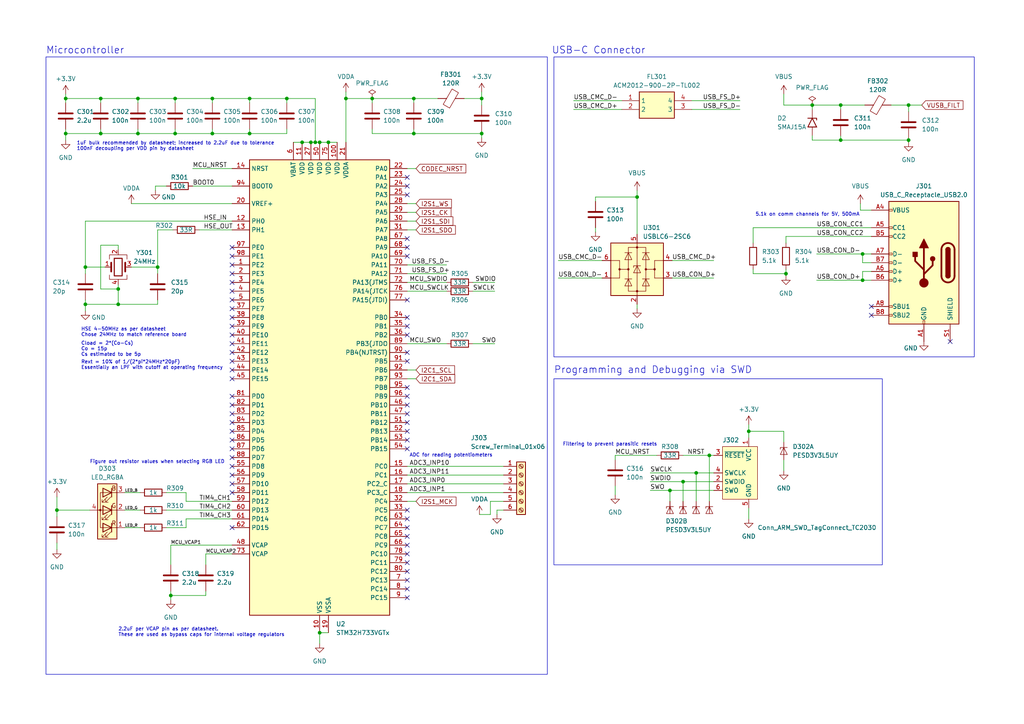
<source format=kicad_sch>
(kicad_sch (version 20230121) (generator eeschema)
  (paper "A4")
  (lib_symbols
    (symbol "ACM2012-900-2P-TL002:ACM2012-900-2P-TL002"
      (property "Reference" "FL" (at 16.51 7.62 0))
      (property "Value" "ACM2012-900-2P-TL002" (at 16.51 5.08 0))
      (symbol "ACM2012-900-2P-TL002_1_1"
        (pin passive line (at 0 0 0) (length 5.08) (name "1") (number "1"))
        (pin passive line (at 0 -2.54 0) (length 5.08) (name "2") (number "2"))
        (pin passive line (at 20.32 -2.54 180) (length 5.08) (name "3") (number "3"))
        (pin passive line (at 20.32 0 180) (length 5.08) (name "4") (number "4"))
      )
    )
    (symbol "Connector:Conn_ARM_SWD_TagConnect_TC2030" (in_bom no)
      (property "Reference" "J" (at 2.54 11.43 0))
      (property "Value" "Conn_ARM_SWD_TagConnect_TC2030" (at 5.08 8.89 0))
      (symbol "Conn_ARM_SWD_TagConnect_TC2030_0_0"
        (pin power_in line (at -2.54 10.16 270) (length 2.54) (name "VCC") (number "1"))
        (pin bidirectional line (at 7.62 -2.54 180) (length 2.54) (name "SWDIO") (number "2"))
        (pin open_collector line (at 7.62 5.08 180) (length 2.54) (name "~{RESET}") (number "3"))
        (pin output line (at 7.62 0 180) (length 2.54) (name "SWCLK") (number "4"))
        (pin power_in line (at -2.54 -10.16 90) (length 2.54) (name "GND") (number "5"))
        (pin input line (at 7.62 -5.08 180) (length 2.54) (name "SWO") (number "6"))
      )
    )
    (symbol "Connector:Screw_Terminal_01x06" (pin_names (offset 1.016) hide)
      (property "Reference" "J" (at 0 7.62 0))
      (property "Value" "Screw_Terminal_01x06" (at 0 -10.16 0))
      (symbol "Screw_Terminal_01x06_1_1"
        (pin passive line (at -5.08 5.08 0) (length 3.81) (name "Pin_1") (number "1"))
        (pin passive line (at -5.08 2.54 0) (length 3.81) (name "Pin_2") (number "2"))
        (pin passive line (at -5.08 0 0) (length 3.81) (name "Pin_3") (number "3"))
        (pin passive line (at -5.08 -2.54 0) (length 3.81) (name "Pin_4") (number "4"))
        (pin passive line (at -5.08 -5.08 0) (length 3.81) (name "Pin_5") (number "5"))
        (pin passive line (at -5.08 -7.62 0) (length 3.81) (name "Pin_6") (number "6"))
      )
    )
    (symbol "Connector:USB_C_Receptacle_USB2.0" (pin_names (offset 1.016))
      (property "Reference" "J" (at -10.16 19.05 0))
      (property "Value" "USB_C_Receptacle_USB2.0" (at 19.05 19.05 0))
      (symbol "USB_C_Receptacle_USB2.0_1_1"
        (pin passive line (at 0 -22.86 90) (length 5.08) (name "GND") (number "A1"))
        (pin passive line (at 0 -22.86 90) (length 5.08) hide (name "GND") (number "A12"))
        (pin passive line (at 15.24 15.24 180) (length 5.08) (name "VBUS") (number "A4"))
        (pin bidirectional line (at 15.24 10.16 180) (length 5.08) (name "CC1") (number "A5"))
        (pin bidirectional line (at 15.24 -2.54 180) (length 5.08) (name "D+") (number "A6"))
        (pin bidirectional line (at 15.24 2.54 180) (length 5.08) (name "D-") (number "A7"))
        (pin bidirectional line (at 15.24 -12.7 180) (length 5.08) (name "SBU1") (number "A8"))
        (pin passive line (at 15.24 15.24 180) (length 5.08) hide (name "VBUS") (number "A9"))
        (pin passive line (at 0 -22.86 90) (length 5.08) hide (name "GND") (number "B1"))
        (pin passive line (at 0 -22.86 90) (length 5.08) hide (name "GND") (number "B12"))
        (pin passive line (at 15.24 15.24 180) (length 5.08) hide (name "VBUS") (number "B4"))
        (pin bidirectional line (at 15.24 7.62 180) (length 5.08) (name "CC2") (number "B5"))
        (pin bidirectional line (at 15.24 -5.08 180) (length 5.08) (name "D+") (number "B6"))
        (pin bidirectional line (at 15.24 0 180) (length 5.08) (name "D-") (number "B7"))
        (pin bidirectional line (at 15.24 -15.24 180) (length 5.08) (name "SBU2") (number "B8"))
        (pin passive line (at 15.24 15.24 180) (length 5.08) hide (name "VBUS") (number "B9"))
        (pin passive line (at -7.62 -22.86 90) (length 5.08) (name "SHIELD") (number "S1"))
      )
    )
    (symbol "Device:C" (pin_numbers hide) (pin_names (offset 0.254))
      (property "Reference" "C" (at 0.635 2.54 0))
      (property "Value" "C" (at 0.635 -2.54 0))
      (symbol "C_1_1"
        (pin passive line (at 0 3.81 270) (length 2.794) (name "~") (number "1"))
        (pin passive line (at 0 -3.81 90) (length 2.794) (name "~") (number "2"))
      )
    )
    (symbol "Device:Crystal_GND24" (pin_names (offset 1.016) hide)
      (property "Reference" "Y" (at 3.175 5.08 0))
      (property "Value" "Crystal_GND24" (at 3.175 3.175 0))
      (symbol "Crystal_GND24_1_1"
        (pin passive line (at -3.81 0 0) (length 1.27) (name "1") (number "1"))
        (pin passive line (at 0 5.08 270) (length 1.27) (name "2") (number "2"))
        (pin passive line (at 3.81 0 180) (length 1.27) (name "3") (number "3"))
        (pin passive line (at 0 -5.08 90) (length 1.27) (name "4") (number "4"))
      )
    )
    (symbol "Device:FerriteBead" (pin_numbers hide) (pin_names (offset 0))
      (property "Reference" "FB" (at -3.81 0.635 90))
      (property "Value" "FerriteBead" (at 3.81 0 90))
      (symbol "FerriteBead_1_1"
        (pin passive line (at 0 3.81 270) (length 2.54) (name "~") (number "1"))
        (pin passive line (at 0 -3.81 90) (length 2.54) (name "~") (number "2"))
      )
    )
    (symbol "Device:LED_RGBA" (pin_names (offset 0) hide)
      (property "Reference" "D" (at 0 9.398 0))
      (property "Value" "LED_RGBA" (at 0 -8.89 0))
      (symbol "LED_RGBA_0_0"
        (text "B" (at -1.905 -6.35 0) (effects (font (size 1.27 1.27))))
        (text "G" (at -1.905 -1.27 0) (effects (font (size 1.27 1.27))))
        (text "R" (at -1.905 3.81 0) (effects (font (size 1.27 1.27))))
      )
      (symbol "LED_RGBA_1_1"
        (pin passive line (at -5.08 5.08 0) (length 2.54) (name "RK") (number "1"))
        (pin passive line (at -5.08 0 0) (length 2.54) (name "GK") (number "2"))
        (pin passive line (at -5.08 -5.08 0) (length 2.54) (name "BK") (number "3"))
        (pin passive line (at 5.08 0 180) (length 2.54) (name "A") (number "4"))
      )
    )
    (symbol "Device:R" (pin_numbers hide) (pin_names (offset 0))
      (property "Reference" "R" (at 2.032 0 90))
      (property "Value" "R" (at 0 0 90))
      (symbol "R_1_1"
        (pin passive line (at 0 3.81 270) (length 1.27) (name "~") (number "1"))
        (pin passive line (at 0 -3.81 90) (length 1.27) (name "~") (number "2"))
      )
    )
    (symbol "Diode:SMAJ15A" (pin_numbers hide) (pin_names (offset 1.016) hide)
      (property "Reference" "D" (at 0 2.54 0))
      (property "Value" "SMAJ15A" (at 0 -2.54 0))
      (symbol "SMAJ15A_1_1"
        (pin passive line (at -3.81 0 0) (length 2.54) (name "A1") (number "1"))
        (pin passive line (at 3.81 0 180) (length 2.54) (name "A2") (number "2"))
      )
    )
    (symbol "MCU_ST_STM32H7:STM32H733VGTx"
      (property "Reference" "U" (at -20.32 67.31 0))
      (property "Value" "STM32H733VGTx" (at 10.16 67.31 0))
      (symbol "STM32H733VGTx_1_1"
        (pin bidirectional line (at -25.4 35.56 0) (length 5.08) (name "PE2") (number "1"))
        (pin power_in line (at 0 -71.12 90) (length 5.08) (name "VSS") (number "10"))
        (pin power_in line (at 5.08 71.12 270) (length 5.08) (name "VDD") (number "100"))
        (pin power_in line (at -5.08 71.12 270) (length 5.08) (name "VDD") (number "11"))
        (pin bidirectional line (at -25.4 48.26 0) (length 5.08) (name "PH0") (number "12"))
        (pin bidirectional line (at -25.4 45.72 0) (length 5.08) (name "PH1") (number "13"))
        (pin input line (at -25.4 63.5 0) (length 5.08) (name "NRST") (number "14"))
        (pin bidirectional line (at 25.4 -22.86 180) (length 5.08) (name "PC0") (number "15"))
        (pin bidirectional line (at 25.4 -25.4 180) (length 5.08) (name "PC1") (number "16"))
        (pin bidirectional line (at 25.4 -27.94 180) (length 5.08) (name "PC2_C") (number "17"))
        (pin bidirectional line (at 25.4 -30.48 180) (length 5.08) (name "PC3_C") (number "18"))
        (pin power_in line (at 2.54 -71.12 90) (length 5.08) (name "VSSA") (number "19"))
        (pin bidirectional line (at -25.4 33.02 0) (length 5.08) (name "PE3") (number "2"))
        (pin input line (at -25.4 53.34 0) (length 5.08) (name "VREF+") (number "20"))
        (pin power_in line (at 7.62 71.12 270) (length 5.08) (name "VDDA") (number "21"))
        (pin bidirectional line (at 25.4 63.5 180) (length 5.08) (name "PA0") (number "22"))
        (pin bidirectional line (at 25.4 60.96 180) (length 5.08) (name "PA1") (number "23"))
        (pin bidirectional line (at 25.4 58.42 180) (length 5.08) (name "PA2") (number "24"))
        (pin bidirectional line (at 25.4 55.88 180) (length 5.08) (name "PA3") (number "25"))
        (pin passive line (at 0 -71.12 90) (length 5.08) hide (name "VSS") (number "26"))
        (pin power_in line (at -2.54 71.12 270) (length 5.08) (name "VDD") (number "27"))
        (pin bidirectional line (at 25.4 53.34 180) (length 5.08) (name "PA4") (number "28"))
        (pin bidirectional line (at 25.4 50.8 180) (length 5.08) (name "PA5") (number "29"))
        (pin bidirectional line (at -25.4 30.48 0) (length 5.08) (name "PE4") (number "3"))
        (pin bidirectional line (at 25.4 48.26 180) (length 5.08) (name "PA6") (number "30"))
        (pin bidirectional line (at 25.4 45.72 180) (length 5.08) (name "PA7") (number "31"))
        (pin bidirectional line (at 25.4 -33.02 180) (length 5.08) (name "PC4") (number "32"))
        (pin bidirectional line (at 25.4 -35.56 180) (length 5.08) (name "PC5") (number "33"))
        (pin bidirectional line (at 25.4 20.32 180) (length 5.08) (name "PB0") (number "34"))
        (pin bidirectional line (at 25.4 17.78 180) (length 5.08) (name "PB1") (number "35"))
        (pin bidirectional line (at 25.4 15.24 180) (length 5.08) (name "PB2") (number "36"))
        (pin bidirectional line (at -25.4 22.86 0) (length 5.08) (name "PE7") (number "37"))
        (pin bidirectional line (at -25.4 20.32 0) (length 5.08) (name "PE8") (number "38"))
        (pin bidirectional line (at -25.4 17.78 0) (length 5.08) (name "PE9") (number "39"))
        (pin bidirectional line (at -25.4 27.94 0) (length 5.08) (name "PE5") (number "4"))
        (pin bidirectional line (at -25.4 15.24 0) (length 5.08) (name "PE10") (number "40"))
        (pin bidirectional line (at -25.4 12.7 0) (length 5.08) (name "PE11") (number "41"))
        (pin bidirectional line (at -25.4 10.16 0) (length 5.08) (name "PE12") (number "42"))
        (pin bidirectional line (at -25.4 7.62 0) (length 5.08) (name "PE13") (number "43"))
        (pin bidirectional line (at -25.4 5.08 0) (length 5.08) (name "PE14") (number "44"))
        (pin bidirectional line (at -25.4 2.54 0) (length 5.08) (name "PE15") (number "45"))
        (pin bidirectional line (at 25.4 -5.08 180) (length 5.08) (name "PB10") (number "46"))
        (pin bidirectional line (at 25.4 -7.62 180) (length 5.08) (name "PB11") (number "47"))
        (pin power_out line (at -25.4 -45.72 0) (length 5.08) (name "VCAP") (number "48"))
        (pin passive line (at 0 -71.12 90) (length 5.08) hide (name "VSS") (number "49"))
        (pin bidirectional line (at -25.4 25.4 0) (length 5.08) (name "PE6") (number "5"))
        (pin power_in line (at 0 71.12 270) (length 5.08) (name "VDD") (number "50"))
        (pin bidirectional line (at 25.4 -10.16 180) (length 5.08) (name "PB12") (number "51"))
        (pin bidirectional line (at 25.4 -12.7 180) (length 5.08) (name "PB13") (number "52"))
        (pin bidirectional line (at 25.4 -15.24 180) (length 5.08) (name "PB14") (number "53"))
        (pin bidirectional line (at 25.4 -17.78 180) (length 5.08) (name "PB15") (number "54"))
        (pin bidirectional line (at -25.4 -22.86 0) (length 5.08) (name "PD8") (number "55"))
        (pin bidirectional line (at -25.4 -25.4 0) (length 5.08) (name "PD9") (number "56"))
        (pin bidirectional line (at -25.4 -27.94 0) (length 5.08) (name "PD10") (number "57"))
        (pin bidirectional line (at -25.4 -30.48 0) (length 5.08) (name "PD11") (number "58"))
        (pin bidirectional line (at -25.4 -33.02 0) (length 5.08) (name "PD12") (number "59"))
        (pin power_in line (at -7.62 71.12 270) (length 5.08) (name "VBAT") (number "6"))
        (pin bidirectional line (at -25.4 -35.56 0) (length 5.08) (name "PD13") (number "60"))
        (pin bidirectional line (at -25.4 -38.1 0) (length 5.08) (name "PD14") (number "61"))
        (pin bidirectional line (at -25.4 -40.64 0) (length 5.08) (name "PD15") (number "62"))
        (pin bidirectional line (at 25.4 -38.1 180) (length 5.08) (name "PC6") (number "63"))
        (pin bidirectional line (at 25.4 -40.64 180) (length 5.08) (name "PC7") (number "64"))
        (pin bidirectional line (at 25.4 -43.18 180) (length 5.08) (name "PC8") (number "65"))
        (pin bidirectional line (at 25.4 -45.72 180) (length 5.08) (name "PC9") (number "66"))
        (pin bidirectional line (at 25.4 43.18 180) (length 5.08) (name "PA8") (number "67"))
        (pin bidirectional line (at 25.4 40.64 180) (length 5.08) (name "PA9") (number "68"))
        (pin bidirectional line (at 25.4 38.1 180) (length 5.08) (name "PA10") (number "69"))
        (pin bidirectional line (at 25.4 -55.88 180) (length 5.08) (name "PC13") (number "7"))
        (pin bidirectional line (at 25.4 35.56 180) (length 5.08) (name "PA11") (number "70"))
        (pin bidirectional line (at 25.4 33.02 180) (length 5.08) (name "PA12") (number "71"))
        (pin bidirectional line (at 25.4 30.48 180) (length 5.08) (name "PA13(JTMS") (number "72"))
        (pin power_out line (at -25.4 -48.26 0) (length 5.08) (name "VCAP") (number "73"))
        (pin passive line (at 0 -71.12 90) (length 5.08) hide (name "VSS") (number "74"))
        (pin power_in line (at 2.54 71.12 270) (length 5.08) (name "VDD") (number "75"))
        (pin bidirectional line (at 25.4 27.94 180) (length 5.08) (name "PA14(JTCK") (number "76"))
        (pin bidirectional line (at 25.4 25.4 180) (length 5.08) (name "PA15(JTDI)") (number "77"))
        (pin bidirectional line (at 25.4 -48.26 180) (length 5.08) (name "PC10") (number "78"))
        (pin bidirectional line (at 25.4 -50.8 180) (length 5.08) (name "PC11") (number "79"))
        (pin bidirectional line (at 25.4 -58.42 180) (length 5.08) (name "PC14") (number "8"))
        (pin bidirectional line (at 25.4 -53.34 180) (length 5.08) (name "PC12") (number "80"))
        (pin bidirectional line (at -25.4 -2.54 0) (length 5.08) (name "PD0") (number "81"))
        (pin bidirectional line (at -25.4 -5.08 0) (length 5.08) (name "PD1") (number "82"))
        (pin bidirectional line (at -25.4 -7.62 0) (length 5.08) (name "PD2") (number "83"))
        (pin bidirectional line (at -25.4 -10.16 0) (length 5.08) (name "PD3") (number "84"))
        (pin bidirectional line (at -25.4 -12.7 0) (length 5.08) (name "PD4") (number "85"))
        (pin bidirectional line (at -25.4 -15.24 0) (length 5.08) (name "PD5") (number "86"))
        (pin bidirectional line (at -25.4 -17.78 0) (length 5.08) (name "PD6") (number "87"))
        (pin bidirectional line (at -25.4 -20.32 0) (length 5.08) (name "PD7") (number "88"))
        (pin bidirectional line (at 25.4 12.7 180) (length 5.08) (name "PB3(JTDO") (number "89"))
        (pin bidirectional line (at 25.4 -60.96 180) (length 5.08) (name "PC15") (number "9"))
        (pin bidirectional line (at 25.4 10.16 180) (length 5.08) (name "PB4(NJTRST)") (number "90"))
        (pin bidirectional line (at 25.4 7.62 180) (length 5.08) (name "PB5") (number "91"))
        (pin bidirectional line (at 25.4 5.08 180) (length 5.08) (name "PB6") (number "92"))
        (pin bidirectional line (at 25.4 2.54 180) (length 5.08) (name "PB7") (number "93"))
        (pin input line (at -25.4 58.42 0) (length 5.08) (name "BOOT0") (number "94"))
        (pin bidirectional line (at 25.4 0 180) (length 5.08) (name "PB8") (number "95"))
        (pin bidirectional line (at 25.4 -2.54 180) (length 5.08) (name "PB9") (number "96"))
        (pin bidirectional line (at -25.4 40.64 0) (length 5.08) (name "PE0") (number "97"))
        (pin bidirectional line (at -25.4 38.1 0) (length 5.08) (name "PE1") (number "98"))
        (pin passive line (at 0 -71.12 90) (length 5.08) hide (name "VSS") (number "99"))
      )
    )
    (symbol "Power_Protection:PESD3V3L5UY" (pin_numbers hide) (pin_names hide)
      (property "Reference" "D" (at 0 2.54 0))
      (property "Value" "PESD3V3L5UY" (at 0 -2.54 0))
      (symbol "PESD3V3L5UY_1_1"
        (pin passive line (at -2.54 0 0) (length 2.54) (name "K1") (number "1"))
        (pin passive line (at 2.54 0 180) (length 2.54) (name "A") (number "2"))
      )
      (symbol "PESD3V3L5UY_2_1"
        (pin passive line (at -2.54 0 0) (length 2.54) (name "K2") (number "3"))
      )
      (symbol "PESD3V3L5UY_3_1"
        (pin passive line (at -2.54 0 0) (length 2.54) (name "K3") (number "4"))
      )
      (symbol "PESD3V3L5UY_4_1"
        (pin passive line (at -2.54 0 0) (length 2.54) (name "K4") (number "5"))
      )
      (symbol "PESD3V3L5UY_5_1"
        (pin passive line (at -2.54 0 0) (length 2.54) (name "K5") (number "6"))
      )
    )
    (symbol "Power_Protection:USBLC6-2SC6" (pin_names hide)
      (property "Reference" "U" (at 2.54 8.89 0))
      (property "Value" "USBLC6-2SC6" (at 2.54 -8.89 0))
      (symbol "USBLC6-2SC6_1_1"
        (pin passive line (at -10.16 -2.54 0) (length 2.54) (name "I/O1") (number "1"))
        (pin passive line (at 0 -10.16 90) (length 2.54) (name "GND") (number "2"))
        (pin passive line (at 10.16 -2.54 180) (length 2.54) (name "I/O2") (number "3"))
        (pin passive line (at 10.16 2.54 180) (length 2.54) (name "I/O2") (number "4"))
        (pin passive line (at 0 10.16 270) (length 2.54) (name "VBUS") (number "5"))
        (pin passive line (at -10.16 2.54 0) (length 2.54) (name "I/O1") (number "6"))
      )
    )
    (symbol "power:+3.3V" (power) (pin_names (offset 0))
      (property "Value" "+3.3V" (at 0 3.556 0))
      (symbol "+3.3V_1_1"
        (pin power_in line (at 0 0 90) (length 0) hide (name "+3.3V") (number "1"))
      )
    )
    (symbol "power:GND" (power) (pin_names (offset 0))
      (property "Value" "GND" (at 0 -3.81 0))
      (symbol "GND_1_1"
        (pin power_in line (at 0 0 270) (length 0) hide (name "GND") (number "1"))
      )
    )
    (symbol "power:PWR_FLAG" (power) (pin_numbers hide) (pin_names (offset 0) hide)
      (property "Value" "PWR_FLAG" (at 0 3.81 0))
      (symbol "PWR_FLAG_0_0"
        (pin power_out line (at 0 0 90) (length 0) (name "pwr") (number "1"))
      )
    )
    (symbol "power:VBUS" (power) (pin_names (offset 0))
      (property "Value" "VBUS" (at 0 3.81 0))
      (symbol "VBUS_1_1"
        (pin power_in line (at 0 0 90) (length 0) hide (name "VBUS") (number "1"))
      )
    )
    (symbol "power:VDDA" (power) (pin_names (offset 0))
      (property "Value" "VDDA" (at 0 3.81 0))
      (symbol "VDDA_1_1"
        (pin power_in line (at 0 0 90) (length 0) hide (name "VDDA") (number "1"))
      )
    )
  )
  (junction (at 24.765 77.47))
  (junction (at 250.19 73.66))
  (junction (at 19.05 28.575))
  (junction (at 217.17 125.095))
  (junction (at 263.525 30.48))
  (junction (at 92.71 41.275))
  (junction (at 40.005 28.575))
  (junction (at 139.7 28.575))
  (junction (at 61.595 28.575))
  (junction (at 19.05 38.735))
  (junction (at 201.93 137.16))
  (junction (at 16.51 147.955))
  (junction (at 120.015 28.575))
  (junction (at 34.29 83.82))
  (junction (at 139.7 38.735))
  (junction (at 72.39 28.575))
  (junction (at 95.25 41.275))
  (junction (at 120.015 38.735))
  (junction (at 243.84 30.48))
  (junction (at 194.31 142.24))
  (junction (at 49.53 172.72))
  (junction (at 29.21 28.575))
  (junction (at 250.19 81.28))
  (junction (at 235.585 30.48))
  (junction (at 198.12 139.7))
  (junction (at 100.33 28.575))
  (junction (at 50.8 28.575))
  (junction (at 90.17 41.275))
  (junction (at 92.71 183.515))
  (junction (at 227.965 79.375))
  (junction (at 184.785 57.15))
  (junction (at 45.72 77.47))
  (junction (at 243.84 40.64))
  (junction (at 87.63 41.275))
  (junction (at 263.525 40.64))
  (junction (at 83.185 28.575))
  (junction (at 107.95 28.575))
  (junction (at 29.21 38.735))
  (junction (at 91.44 41.275))
  (junction (at 34.29 88.265))
  (junction (at 50.8 38.735))
  (junction (at 205.74 132.08))
  (junction (at 24.765 88.265))
  (junction (at 40.005 38.735))
  (junction (at 72.39 38.735))
  (junction (at 61.595 38.735))
  (no_connect (at 67.31 107.315))
  (no_connect (at 67.31 86.995))
  (no_connect (at 67.31 127.635))
  (no_connect (at 67.31 117.475))
  (no_connect (at 67.31 89.535))
  (no_connect (at 275.59 99.06))
  (no_connect (at 67.31 137.795))
  (no_connect (at 67.31 94.615))
  (no_connect (at 118.11 168.275))
  (no_connect (at 67.31 125.095))
  (no_connect (at 118.11 86.995))
  (no_connect (at 118.11 92.075))
  (no_connect (at 67.31 84.455))
  (no_connect (at 118.11 165.735))
  (no_connect (at 252.73 91.44))
  (no_connect (at 118.11 122.555))
  (no_connect (at 118.11 102.235))
  (no_connect (at 67.31 132.715))
  (no_connect (at 118.11 153.035))
  (no_connect (at 118.11 112.395))
  (no_connect (at 67.31 92.075))
  (no_connect (at 67.31 71.755))
  (no_connect (at 118.11 74.295))
  (no_connect (at 118.11 163.195))
  (no_connect (at 118.11 127.635))
  (no_connect (at 67.31 79.375))
  (no_connect (at 67.31 109.855))
  (no_connect (at 118.11 155.575))
  (no_connect (at 118.11 114.935))
  (no_connect (at 118.11 71.755))
  (no_connect (at 67.31 114.935))
  (no_connect (at 118.11 130.175))
  (no_connect (at 118.11 147.955))
  (no_connect (at 67.31 102.235))
  (no_connect (at 67.31 74.295))
  (no_connect (at 67.31 153.035))
  (no_connect (at 118.11 120.015))
  (no_connect (at 118.11 170.815))
  (no_connect (at 252.73 88.9))
  (no_connect (at 67.31 120.015))
  (no_connect (at 118.11 97.155))
  (no_connect (at 118.11 69.215))
  (no_connect (at 118.11 56.515))
  (no_connect (at 67.31 135.255))
  (no_connect (at 118.11 173.355))
  (no_connect (at 118.11 104.775))
  (no_connect (at 67.31 142.875))
  (no_connect (at 118.11 125.095))
  (no_connect (at 67.31 99.695))
  (no_connect (at 118.11 94.615))
  (no_connect (at 118.11 150.495))
  (no_connect (at 67.31 76.835))
  (no_connect (at 67.31 97.155))
  (no_connect (at 118.11 51.435))
  (no_connect (at 118.11 53.975))
  (no_connect (at 118.11 158.115))
  (no_connect (at 67.31 140.335))
  (no_connect (at 67.31 81.915))
  (no_connect (at 67.31 104.775))
  (no_connect (at 67.31 122.555))
  (no_connect (at 67.31 130.175))
  (no_connect (at 118.11 160.655))
  (no_connect (at 118.11 117.475))
  (wire (pts (xy 118.11 140.335) (xy 146.05 140.335)))
  (wire (pts (xy 16.51 147.955) (xy 26.035 147.955)))
  (wire (pts (xy 24.765 77.47) (xy 30.48 77.47)))
  (wire (pts (xy 92.71 183.515) (xy 92.71 186.69)))
  (wire (pts (xy 24.765 88.265) (xy 34.29 88.265)))
  (wire (pts (xy 50.8 37.465) (xy 50.8 38.735)))
  (wire (pts (xy 250.19 73.66) (xy 252.73 73.66)))
  (wire (pts (xy 184.785 88.265) (xy 184.785 89.535)))
  (wire (pts (xy 118.11 61.595) (xy 120.65 61.595)))
  (wire (pts (xy 40.005 38.735) (xy 50.8 38.735)))
  (wire (pts (xy 91.44 41.275) (xy 92.71 41.275)))
  (wire (pts (xy 188.595 139.7) (xy 198.12 139.7)))
  (wire (pts (xy 50.8 28.575) (xy 61.595 28.575)))
  (wire (pts (xy 194.945 75.565) (xy 207.01 75.565)))
  (wire (pts (xy 118.11 142.875) (xy 146.05 142.875)))
  (wire (pts (xy 92.71 183.515) (xy 95.25 183.515)))
  (wire (pts (xy 36.195 153.035) (xy 40.64 153.035)))
  (wire (pts (xy 227.965 79.375) (xy 227.965 80.01)))
  (wire (pts (xy 67.31 59.055) (xy 38.1 59.055)))
  (wire (pts (xy 72.39 29.845) (xy 72.39 28.575)))
  (wire (pts (xy 24.765 88.265) (xy 24.765 90.17)))
  (wire (pts (xy 48.26 142.875) (xy 53.975 142.875)))
  (wire (pts (xy 118.11 107.315) (xy 120.65 107.315)))
  (wire (pts (xy 34.29 83.82) (xy 34.29 82.55)))
  (wire (pts (xy 40.005 37.465) (xy 40.005 38.735)))
  (wire (pts (xy 118.11 137.795) (xy 146.05 137.795)))
  (wire (pts (xy 137.16 81.915) (xy 143.51 81.915)))
  (wire (pts (xy 38.1 77.47) (xy 45.72 77.47)))
  (wire (pts (xy 227.965 68.58) (xy 227.965 70.485)))
  (wire (pts (xy 45.085 55.245) (xy 45.085 53.975)))
  (wire (pts (xy 198.12 139.7) (xy 207.01 139.7)))
  (wire (pts (xy 218.44 66.04) (xy 218.44 70.485)))
  (wire (pts (xy 91.44 28.575) (xy 83.185 28.575)))
  (wire (pts (xy 118.11 135.255) (xy 146.05 135.255)))
  (wire (pts (xy 142.24 149.225) (xy 142.24 145.415)))
  (wire (pts (xy 139.065 149.225) (xy 142.24 149.225)))
  (wire (pts (xy 45.72 86.995) (xy 45.72 88.265)))
  (wire (pts (xy 49.53 171.45) (xy 49.53 172.72)))
  (wire (pts (xy 218.44 66.04) (xy 252.73 66.04)))
  (wire (pts (xy 252.73 76.2) (xy 250.19 76.2)))
  (wire (pts (xy 188.595 142.24) (xy 194.31 142.24)))
  (wire (pts (xy 200.66 29.21) (xy 214.63 29.21)))
  (wire (pts (xy 120.015 28.575) (xy 127 28.575)))
  (wire (pts (xy 252.73 60.96) (xy 249.555 60.96)))
  (wire (pts (xy 55.88 48.895) (xy 67.31 48.895)))
  (wire (pts (xy 83.185 37.465) (xy 83.185 38.735)))
  (wire (pts (xy 172.72 57.15) (xy 184.785 57.15)))
  (wire (pts (xy 227.33 133.35) (xy 227.33 136.525)))
  (wire (pts (xy 243.84 40.64) (xy 263.525 40.64)))
  (wire (pts (xy 172.72 58.42) (xy 172.72 57.15)))
  (wire (pts (xy 227.33 125.095) (xy 227.33 128.27)))
  (wire (pts (xy 227.965 68.58) (xy 252.73 68.58)))
  (wire (pts (xy 83.185 38.735) (xy 72.39 38.735)))
  (wire (pts (xy 29.21 83.82) (xy 34.29 83.82)))
  (wire (pts (xy 100.33 41.275) (xy 100.33 28.575)))
  (wire (pts (xy 184.785 55.245) (xy 184.785 57.15)))
  (wire (pts (xy 139.7 28.575) (xy 139.7 30.48)))
  (wire (pts (xy 118.11 109.855) (xy 120.65 109.855)))
  (wire (pts (xy 40.005 29.845) (xy 40.005 28.575)))
  (wire (pts (xy 61.595 37.465) (xy 61.595 38.735)))
  (wire (pts (xy 120.015 37.465) (xy 120.015 38.735)))
  (wire (pts (xy 137.16 99.695) (xy 143.51 99.695)))
  (wire (pts (xy 120.015 28.575) (xy 120.015 29.845)))
  (wire (pts (xy 201.93 137.16) (xy 207.01 137.16)))
  (wire (pts (xy 194.31 142.24) (xy 207.01 142.24)))
  (wire (pts (xy 227.965 78.105) (xy 227.965 79.375)))
  (wire (pts (xy 29.21 29.845) (xy 29.21 28.575)))
  (wire (pts (xy 16.51 144.145) (xy 16.51 147.955)))
  (wire (pts (xy 59.69 160.655) (xy 67.31 160.655)))
  (wire (pts (xy 19.05 28.575) (xy 19.05 29.845)))
  (wire (pts (xy 36.195 147.955) (xy 40.64 147.955)))
  (wire (pts (xy 61.595 38.735) (xy 72.39 38.735)))
  (wire (pts (xy 118.11 76.835) (xy 129.54 76.835)))
  (wire (pts (xy 72.39 28.575) (xy 83.185 28.575)))
  (wire (pts (xy 250.19 76.2) (xy 250.19 73.66)))
  (wire (pts (xy 107.95 38.735) (xy 120.015 38.735)))
  (wire (pts (xy 139.7 38.1) (xy 139.7 38.735)))
  (wire (pts (xy 50.8 38.735) (xy 61.595 38.735)))
  (wire (pts (xy 263.525 30.48) (xy 263.525 32.385)))
  (wire (pts (xy 198.12 132.08) (xy 205.74 132.08)))
  (wire (pts (xy 100.33 26.67) (xy 100.33 28.575)))
  (wire (pts (xy 24.765 77.47) (xy 24.765 79.375)))
  (wire (pts (xy 29.21 28.575) (xy 40.005 28.575)))
  (wire (pts (xy 53.975 142.875) (xy 53.975 145.415)))
  (wire (pts (xy 263.525 40.64) (xy 263.525 40.005)))
  (wire (pts (xy 236.855 81.28) (xy 250.19 81.28)))
  (wire (pts (xy 61.595 28.575) (xy 72.39 28.575)))
  (wire (pts (xy 16.51 157.48) (xy 16.51 159.385)))
  (wire (pts (xy 166.37 29.21) (xy 180.34 29.21)))
  (wire (pts (xy 83.185 29.845) (xy 83.185 28.575)))
  (wire (pts (xy 107.95 29.845) (xy 107.95 28.575)))
  (wire (pts (xy 118.11 79.375) (xy 129.54 79.375)))
  (wire (pts (xy 137.16 84.455) (xy 143.51 84.455)))
  (wire (pts (xy 250.19 78.74) (xy 250.19 81.28)))
  (wire (pts (xy 24.765 86.995) (xy 24.765 88.265)))
  (wire (pts (xy 50.8 29.845) (xy 50.8 28.575)))
  (wire (pts (xy 29.21 37.465) (xy 29.21 38.735)))
  (wire (pts (xy 227.33 27.305) (xy 227.33 30.48)))
  (wire (pts (xy 19.05 27.305) (xy 19.05 28.575)))
  (wire (pts (xy 217.17 125.095) (xy 227.33 125.095)))
  (wire (pts (xy 107.95 37.465) (xy 107.95 38.735)))
  (wire (pts (xy 118.11 59.055) (xy 120.65 59.055)))
  (wire (pts (xy 217.17 147.32) (xy 217.17 150.495)))
  (wire (pts (xy 48.26 153.035) (xy 53.975 153.035)))
  (wire (pts (xy 243.84 39.37) (xy 243.84 40.64)))
  (wire (pts (xy 161.925 80.645) (xy 174.625 80.645)))
  (wire (pts (xy 87.63 41.275) (xy 90.17 41.275)))
  (wire (pts (xy 118.11 64.135) (xy 120.65 64.135)))
  (wire (pts (xy 243.84 30.48) (xy 243.84 31.75)))
  (wire (pts (xy 57.785 66.675) (xy 67.31 66.675)))
  (wire (pts (xy 49.53 172.72) (xy 59.69 172.72)))
  (wire (pts (xy 92.71 41.275) (xy 95.25 41.275)))
  (wire (pts (xy 53.975 145.415) (xy 67.31 145.415)))
  (wire (pts (xy 194.945 80.645) (xy 207.01 80.645)))
  (wire (pts (xy 218.44 78.105) (xy 218.44 79.375)))
  (wire (pts (xy 144.145 149.225) (xy 144.145 147.955)))
  (wire (pts (xy 36.195 142.875) (xy 40.64 142.875)))
  (wire (pts (xy 29.21 71.12) (xy 29.21 83.82)))
  (wire (pts (xy 235.585 40.64) (xy 243.84 40.64)))
  (wire (pts (xy 45.085 53.975) (xy 48.26 53.975)))
  (wire (pts (xy 200.66 31.75) (xy 214.63 31.75)))
  (wire (pts (xy 172.72 66.04) (xy 172.72 67.31)))
  (wire (pts (xy 258.445 30.48) (xy 263.525 30.48)))
  (wire (pts (xy 29.21 38.735) (xy 40.005 38.735)))
  (wire (pts (xy 90.17 41.275) (xy 91.44 41.275)))
  (wire (pts (xy 118.11 84.455) (xy 129.54 84.455)))
  (wire (pts (xy 19.05 38.735) (xy 29.21 38.735)))
  (wire (pts (xy 166.37 31.75) (xy 180.34 31.75)))
  (wire (pts (xy 48.26 147.955) (xy 67.31 147.955)))
  (wire (pts (xy 59.69 163.83) (xy 59.69 160.655)))
  (wire (pts (xy 161.925 75.565) (xy 174.625 75.565)))
  (wire (pts (xy 85.09 41.275) (xy 87.63 41.275)))
  (wire (pts (xy 45.72 77.47) (xy 45.72 66.675)))
  (wire (pts (xy 188.595 137.16) (xy 201.93 137.16)))
  (wire (pts (xy 178.435 140.97) (xy 178.435 143.51)))
  (wire (pts (xy 45.72 66.675) (xy 50.165 66.675)))
  (wire (pts (xy 139.7 26.67) (xy 139.7 28.575)))
  (wire (pts (xy 53.975 153.035) (xy 53.975 150.495)))
  (wire (pts (xy 134.62 28.575) (xy 139.7 28.575)))
  (wire (pts (xy 34.29 83.82) (xy 34.29 88.265)))
  (wire (pts (xy 249.555 60.96) (xy 249.555 59.055)))
  (wire (pts (xy 184.785 57.15) (xy 184.785 67.945)))
  (wire (pts (xy 118.11 48.895) (xy 120.65 48.895)))
  (wire (pts (xy 118.11 81.915) (xy 129.54 81.915)))
  (wire (pts (xy 178.435 132.08) (xy 190.5 132.08)))
  (wire (pts (xy 235.585 30.48) (xy 235.585 31.75)))
  (wire (pts (xy 19.05 38.735) (xy 19.05 40.64)))
  (wire (pts (xy 34.29 71.12) (xy 29.21 71.12)))
  (wire (pts (xy 217.17 125.095) (xy 217.17 127)))
  (wire (pts (xy 95.25 41.275) (xy 97.79 41.275)))
  (wire (pts (xy 40.005 28.575) (xy 50.8 28.575)))
  (wire (pts (xy 205.74 132.08) (xy 205.74 145.415)))
  (wire (pts (xy 236.855 73.66) (xy 250.19 73.66)))
  (wire (pts (xy 118.11 145.415) (xy 120.65 145.415)))
  (wire (pts (xy 118.11 99.695) (xy 129.54 99.695)))
  (wire (pts (xy 61.595 29.845) (xy 61.595 28.575)))
  (wire (pts (xy 19.05 28.575) (xy 29.21 28.575)))
  (wire (pts (xy 45.72 77.47) (xy 45.72 79.375)))
  (wire (pts (xy 34.29 88.265) (xy 45.72 88.265)))
  (wire (pts (xy 91.44 41.275) (xy 91.44 28.575)))
  (wire (pts (xy 118.11 66.675) (xy 120.65 66.675)))
  (wire (pts (xy 16.51 147.955) (xy 16.51 149.86)))
  (wire (pts (xy 201.93 137.16) (xy 201.93 145.415)))
  (wire (pts (xy 100.33 28.575) (xy 107.95 28.575)))
  (wire (pts (xy 72.39 37.465) (xy 72.39 38.735)))
  (wire (pts (xy 24.765 64.135) (xy 67.31 64.135)))
  (wire (pts (xy 19.05 37.465) (xy 19.05 38.735)))
  (wire (pts (xy 144.145 147.955) (xy 146.05 147.955)))
  (wire (pts (xy 250.19 81.28) (xy 252.73 81.28)))
  (wire (pts (xy 59.69 172.72) (xy 59.69 171.45)))
  (wire (pts (xy 142.24 145.415) (xy 146.05 145.415)))
  (wire (pts (xy 178.435 133.35) (xy 178.435 132.08)))
  (wire (pts (xy 24.765 77.47) (xy 24.765 64.135)))
  (wire (pts (xy 235.585 39.37) (xy 235.585 40.64)))
  (wire (pts (xy 49.53 172.72) (xy 49.53 173.99)))
  (wire (pts (xy 107.95 28.575) (xy 120.015 28.575)))
  (wire (pts (xy 49.53 158.115) (xy 67.31 158.115)))
  (wire (pts (xy 218.44 79.375) (xy 227.965 79.375)))
  (wire (pts (xy 120.015 38.735) (xy 139.7 38.735)))
  (wire (pts (xy 217.17 123.19) (xy 217.17 125.095)))
  (wire (pts (xy 263.525 30.48) (xy 267.335 30.48)))
  (wire (pts (xy 49.53 163.83) (xy 49.53 158.115)))
  (wire (pts (xy 235.585 30.48) (xy 243.84 30.48)))
  (wire (pts (xy 252.73 78.74) (xy 250.19 78.74)))
  (wire (pts (xy 205.74 132.08) (xy 207.01 132.08)))
  (wire (pts (xy 227.33 30.48) (xy 235.585 30.48)))
  (wire (pts (xy 194.31 142.24) (xy 194.31 145.415)))
  (wire (pts (xy 243.84 30.48) (xy 250.825 30.48)))
  (wire (pts (xy 55.88 53.975) (xy 67.31 53.975)))
  (wire (pts (xy 263.525 40.64) (xy 263.525 41.275)))
  (wire (pts (xy 198.12 139.7) (xy 198.12 145.415)))
  (wire (pts (xy 139.7 38.735) (xy 139.7 40.005)))
  (wire (pts (xy 34.29 72.39) (xy 34.29 71.12)))
  (wire (pts (xy 53.975 150.495) (xy 67.31 150.495)))
  (rectangle (start 160.655 109.855) (end 255.905 163.83))
  (rectangle (start 160.655 16.51) (end 282.575 103.505))
  (rectangle (start 13.335 16.51) (end 158.75 195.58))
  (text "5.1k on comm channels for 5V, 500mA" (at 219.075 62.865 0) (effects (font (size 1 1)) (justify left bottom)))
  (text "Figure out resistor values when selecting RGB LED" (at 26.035 134.62 0) (effects (font (size 1 1)) (justify left bottom)))
  (text "Programming and Debugging via SWD" (at 160.655 108.585 0) (effects (font (size 2 2)) (justify left bottom)))
  (text "Cload = 2*(Co-Cs)\nCo = 15p \nCs estimated to be 5p" (at 23.495 103.505 0) (effects (font (size 1 1)) (justify left bottom)))
  (text "Rext = 10% of 1/(2*pi*24MHz*20pF)\nEssentially an LPF with cutoff at operating frequency" (at 23.495 107.315 0) (effects (font (size 1 1)) (justify left bottom)))
  (text "HSE 4-50MHz as per datasheet\nChose 24MHz to match reference board " (at 23.495 97.79 0) (effects (font (size 1 1)) (justify left bottom)))
  (text "USB-C Connector" (at 160.02 15.875 0) (effects (font (size 2 2)) (justify left bottom)))
  (text "Filtering to prevent parasitic resets" (at 163.195 129.54 0) (effects (font (size 1 1)) (justify left bottom)))
  (text "1uF bulk recommended by datasheet; increased to 2.2uF due to tolerance\n100nF decoupling per VDD pin by datasheet" (at 22.225 43.815 0) (effects (font (size 1 1)) (justify left bottom)))
  (text "ADC for reading potentiometers" (at 118.745 132.715 0) (effects (font (size 1 1)) (justify left bottom)))
  (text "2.2uF per VCAP pin as per datasheet.\nThese are used as bypass caps for internal voltage regulators" (at 34.29 184.785 0) (effects (font (size 1 1)) (justify left bottom)))
  (text "Microcontroller" (at 13.335 15.875 0) (effects (font (size 2 2)) (justify left bottom)))
  (label "SWDIO" (at 188.595 139.7 0))
  (label "ADC3_INP10" (at 118.745 135.255 0))
  (label "USB_FS_D+" (at 119.38 79.375 0))
  (label "USB_FS_D-" (at 203.835 31.75 0))
  (label "USB_CON_CC2" (at 236.855 68.58 0))
  (label "USB_CMC_D+" (at 194.945 75.565 0))
  (label "MCU_SWO" (at 118.745 99.695 0))
  (label "LED_R" (at 36.195 153.035 0) (effects (font (size 0.8 0.8))))
  (label "LED_G" (at 36.195 147.955 0) (effects (font (size 0.8 0.8))))
  (label "MCU_NRST" (at 55.88 48.895 0))
  (label "MCU_SWDIO" (at 118.745 81.915 0))
  (label "ADC3_INP11" (at 118.745 137.795 0))
  (label "MCU_VCAP2" (at 59.69 160.655 0) (effects (font (size 1 1))))
  (label "SWCLK" (at 137.16 84.455 0))
  (label "SWCLK" (at 188.595 137.16 0))
  (label "ADC3_INP0" (at 118.745 140.335 0))
  (label "MCU_SWCLK" (at 118.745 84.455 0))
  (label "USB_FS_D-" (at 119.38 76.835 0))
  (label "MCU_NRST" (at 178.435 132.08 0))
  (label "TIM4_CH3" (at 57.785 150.495 0))
  (label "NRST" (at 199.39 132.08 0))
  (label "HSE_IN" (at 59.055 64.135 0))
  (label "USB_CON_D-" (at 236.855 73.66 0))
  (label "LED_B" (at 36.195 142.875 0) (effects (font (size 0.8 0.8))))
  (label "TIM4_CH1" (at 57.785 145.415 0))
  (label "USB_CON_D+" (at 194.945 80.645 0))
  (label "USB_CON_D+" (at 236.855 81.28 0))
  (label "USB_CMC_D-" (at 166.37 29.21 0))
  (label "USB_CMC_D-" (at 161.925 75.565 0))
  (label "HSE_OUT" (at 59.055 66.675 0))
  (label "SWO" (at 188.595 142.24 0))
  (label "SWDIO" (at 137.795 81.915 0))
  (label "ADC3_INP1" (at 118.745 142.875 0))
  (label "SWO" (at 139.7 99.695 0))
  (label "MCU_VCAP1" (at 49.53 158.115 0) (effects (font (size 1 1))))
  (label "TIM4_CH2" (at 57.785 147.955 0))
  (label "USB_CON_CC1" (at 236.855 66.04 0))
  (label "USB_CMC_D+" (at 166.37 31.75 0))
  (label "USB_FS_D+" (at 203.835 29.21 0))
  (label "BOOT0" (at 55.88 53.975 0))
  (label "USB_CON_D-" (at 161.925 80.645 0))
  (global_label "I2S1_WS" (shape input) (at 120.65 59.055 0) (property "Intersheetrefs" "${INTERSHEET_REFS}" (effects hide)))
  (global_label "I2S1_SDI" (shape input) (at 120.65 64.135 0) (property "Intersheetrefs" "${INTERSHEET_REFS}" (effects hide)))
  (global_label "VUSB_FILT" (shape input) (at 267.335 30.48 0) (property "Intersheetrefs" "${INTERSHEET_REFS}" (effects hide)))
  (global_label "CODEC_NRST" (shape input) (at 120.65 48.895 0) (property "Intersheetrefs" "${INTERSHEET_REFS}" (effects hide)))
  (global_label "I2S1_SDO" (shape input) (at 120.65 66.675 0) (property "Intersheetrefs" "${INTERSHEET_REFS}" (effects hide)))
  (global_label "I2S1_CK" (shape input) (at 120.65 61.595 0) (property "Intersheetrefs" "${INTERSHEET_REFS}" (effects hide)))
  (global_label "I2C1_SDA" (shape input) (at 120.65 109.855 0) (property "Intersheetrefs" "${INTERSHEET_REFS}" (effects hide)))
  (global_label "I2C1_SCL" (shape input) (at 120.65 107.315 0) (property "Intersheetrefs" "${INTERSHEET_REFS}" (effects hide)))
  (global_label "I2S1_MCK" (shape input) (at 120.65 145.415 0) (property "Intersheetrefs" "${INTERSHEET_REFS}" (effects hide)))
  (symbol (lib_id "ACM2012-900-2P-TL002:ACM2012-900-2P-TL002") (at 180.34 29.21 0) (unit 1)
    (property "Reference" "FL301" (at 190.5 22.225 0))
    (property "Value" "ACM2012-900-2P-TL002" (at 190.5 24.765 0))
    (property "Footprint" "ACM20129002PTL002" (effects hide))
    (property "Datasheet" "https://product.tdk.com/info/en/catalog/datasheets/cmf_commercial_signal_acm2012_en.pdf?ref_disty=digikey" (effects hide))
    (property "Height" "1.3" (effects hide))
    (property "Manufacturer_Name" "TDK" (effects hide))
    (property "Manufacturer_Part_Number" "ACM2012-900-2P-TL002" (effects hide))
    (property "Mouser Part Number" "810-ACM209002PTL002" (effects hide))
    (property "Mouser Price/Stock" "https://www.mouser.co.uk/ProductDetail/TDK/ACM2012-900-2P-TL002?qs=YdQ7Kj7W0bxxBDY3mg797A%3D%3D" (effects hide))
    (property "Arrow Part Number" "ACM2012-900-2P-TL002" (effects hide))
    (property "Arrow Price/Stock" "https://www.arrow.com/en/products/acm2012-900-2p-tl002/tdk?region=nac" (effects hide))
  )
  (symbol (lib_id "Power_Protection:PESD3V3L5UY") (at 205.74 147.955 270) (unit 2)
    (property "Reference" "D302" (at 193.04 151.13 90) (effects (justify left)))
    (property "Value" "PESD3V3L5UY" (at 193.04 153.67 90) (effects (justify left)))
    (property "Footprint" "Package_TO_SOT_SMD:SOT-363_SC-70-6" (effects hide))
    (property "Datasheet" "https://assets.nexperia.com/documents/data-sheet/PESDXL5UF_V_Y.pdf" (effects hide))
  )
  (symbol (lib_id "Device:Crystal_GND24") (at 34.29 77.47 0) (unit 1)
    (property "Reference" "Y301" (at 41.91 73.2791 0))
    (property "Value" "24MHz" (at 41.91 75.8191 0))
  )
  (symbol (lib_id "power:GND") (at 263.525 41.275 0) (unit 1)
    (property "Reference" "#PWR0307" (effects hide))
    (property "Value" "GND" (at 263.525 46.355 0))
  )
  (symbol (lib_id "Device:R") (at 133.35 81.915 90) (unit 1)
    (property "Reference" "R305" (at 133.35 79.375 90))
    (property "Value" "33R" (at 133.35 81.915 90))
  )
  (symbol (lib_id "Power_Protection:PESD3V3L5UY") (at 194.31 147.955 270) (unit 5)
    (property "Reference" "D302" (effects hide))
    (property "Value" "PESD3V3L5UY" (effects hide))
    (property "Footprint" "Package_TO_SOT_SMD:SOT-363_SC-70-6" (effects hide))
    (property "Datasheet" "https://assets.nexperia.com/documents/data-sheet/PESDXL5UF_V_Y.pdf" (effects hide))
  )
  (symbol (lib_id "power:GND") (at 45.085 55.245 0) (unit 1)
    (property "Reference" "#PWR0308" (effects hide))
    (property "Value" "GND" (at 48.895 57.15 0))
  )
  (symbol (lib_id "Device:R") (at 133.35 84.455 90) (unit 1)
    (property "Reference" "R306" (at 133.35 86.995 90))
    (property "Value" "33R" (at 133.35 84.455 90))
  )
  (symbol (lib_id "Device:R") (at 133.35 99.695 90) (unit 1)
    (property "Reference" "R307" (at 133.35 97.155 90))
    (property "Value" "33R" (at 133.35 99.695 90))
  )
  (symbol (lib_id "Device:R") (at 52.07 53.975 90) (unit 1)
    (property "Reference" "R301" (at 52.07 51.435 90))
    (property "Value" "10k" (at 52.07 53.975 90))
  )
  (symbol (lib_id "power:GND") (at 172.72 67.31 0) (unit 1)
    (property "Reference" "#PWR0312" (effects hide))
    (property "Value" "GND" (at 172.72 72.39 0))
  )
  (symbol (lib_id "power:GND") (at 267.97 99.06 0) (unit 1)
    (property "Reference" "#PWR0316" (effects hide))
    (property "Value" "GND" (at 264.16 100.965 0))
  )
  (symbol (lib_id "Device:C") (at 139.7 34.29 0) (unit 1)
    (property "Reference" "C310" (at 143.51 33.02 0) (effects (justify left)))
    (property "Value" "100n" (at 143.51 35.56 0) (effects (justify left)))
  )
  (symbol (lib_id "Connector:Screw_Terminal_01x06") (at 151.13 140.335 0) (unit 1)
    (property "Reference" "J303" (at 136.525 127 0) (effects (justify left)))
    (property "Value" "Screw_Terminal_01x06" (at 136.525 129.54 0) (effects (justify left)))
  )
  (symbol (lib_id "power:VDDA") (at 100.33 26.67 0) (unit 1)
    (property "Reference" "#PWR0301" (effects hide))
    (property "Value" "VDDA" (at 100.33 22.225 0))
  )
  (symbol (lib_id "Device:C") (at 263.525 36.195 0) (unit 1)
    (property "Reference" "C312" (at 267.335 34.925 0) (effects (justify left)))
    (property "Value" "100n" (at 267.335 37.465 0) (effects (justify left)))
  )
  (symbol (lib_id "power:VBUS") (at 249.555 59.055 0) (unit 1)
    (property "Reference" "#PWR0311" (effects hide))
    (property "Value" "VBUS" (at 249.555 53.975 0))
  )
  (symbol (lib_id "Device:R") (at 44.45 153.035 270) (unit 1)
    (property "Reference" "R311" (at 50.8 151.765 90))
    (property "Value" "1k" (at 44.45 153.035 90))
  )
  (symbol (lib_id "power:GND") (at 24.765 90.17 0) (unit 1)
    (property "Reference" "#PWR0315" (effects hide))
    (property "Value" "GND" (at 28.575 92.075 0))
  )
  (symbol (lib_id "power:PWR_FLAG") (at 107.95 28.575 0) (unit 1)
    (property "Reference" "#FLG0302" (effects hide))
    (property "Value" "PWR_FLAG" (at 107.95 24.13 0))
  )
  (symbol (lib_id "power:GND") (at 19.05 40.64 0) (unit 1)
    (property "Reference" "#PWR0306" (effects hide))
    (property "Value" "GND" (at 19.05 45.72 0))
  )
  (symbol (lib_id "Device:R") (at 194.31 132.08 90) (unit 1)
    (property "Reference" "R308" (at 194.31 129.54 90))
    (property "Value" "33R" (at 194.31 132.08 90))
  )
  (symbol (lib_id "power:+3.3V") (at 19.05 27.305 0) (unit 1)
    (property "Reference" "#PWR0303" (effects hide))
    (property "Value" "+3.3V" (at 19.05 22.86 0))
  )
  (symbol (lib_id "Device:LED_RGBA") (at 31.115 147.955 180) (unit 1)
    (property "Reference" "D303" (at 31.115 135.89 0))
    (property "Value" "LED_RGBA" (at 31.115 138.43 0))
  )
  (symbol (lib_id "power:GND") (at 139.7 40.005 0) (unit 1)
    (property "Reference" "#PWR0305" (effects hide))
    (property "Value" "GND" (at 139.7 45.085 0))
  )
  (symbol (lib_id "Device:C") (at 178.435 137.16 0) (unit 1)
    (property "Reference" "C316" (at 181.61 135.89 0) (effects (justify left)))
    (property "Value" "100n" (at 181.61 138.43 0) (effects (justify left)))
  )
  (symbol (lib_id "Device:R") (at 218.44 74.295 0) (unit 1)
    (property "Reference" "R303" (at 220.98 73.025 0) (effects (justify left)))
    (property "Value" "5.1k" (at 220.98 75.565 0) (effects (justify left)))
  )
  (symbol (lib_id "Device:C") (at 59.69 167.64 0) (unit 1)
    (property "Reference" "C319" (at 62.865 166.37 0) (effects (justify left)))
    (property "Value" "2.2u" (at 62.865 168.91 0) (effects (justify left)))
  )
  (symbol (lib_id "Device:C") (at 107.95 33.655 0) (unit 1)
    (property "Reference" "C308" (at 111.125 32.385 0) (effects (justify left)))
    (property "Value" "100n" (at 111.125 34.925 0) (effects (justify left)))
  )
  (symbol (lib_id "power:VDDA") (at 139.065 149.225 0) (unit 1)
    (property "Reference" "#PWR0321" (effects hide))
    (property "Value" "VDDA" (at 139.065 144.78 0))
  )
  (symbol (lib_id "Device:FerriteBead") (at 130.81 28.575 90) (unit 1)
    (property "Reference" "FB301" (at 130.7592 21.59 90))
    (property "Value" "120R" (at 130.7592 24.13 90))
  )
  (symbol (lib_id "power:GND") (at 227.33 136.525 0) (unit 1)
    (property "Reference" "#PWR0318" (effects hide))
    (property "Value" "GND" (at 227.33 141.605 0))
  )
  (symbol (lib_id "Device:C") (at 45.72 83.185 0) (unit 1)
    (property "Reference" "C315" (at 49.53 81.915 0) (effects (justify left)))
    (property "Value" "20p" (at 49.53 84.455 0) (effects (justify left)))
  )
  (symbol (lib_id "Device:C") (at 72.39 33.655 0) (unit 1)
    (property "Reference" "C306" (at 75.565 32.385 0) (effects (justify left)))
    (property "Value" "100n" (at 75.565 34.925 0) (effects (justify left)))
  )
  (symbol (lib_id "Device:C") (at 83.185 33.655 0) (unit 1)
    (property "Reference" "C307" (at 86.36 32.385 0) (effects (justify left)))
    (property "Value" "100n" (at 86.36 34.925 0) (effects (justify left)))
  )
  (symbol (lib_id "Device:FerriteBead") (at 254.635 30.48 90) (unit 1)
    (property "Reference" "FB302" (at 254.5842 23.495 90))
    (property "Value" "120R" (at 254.5842 26.035 90))
  )
  (symbol (lib_id "Device:R") (at 227.965 74.295 0) (unit 1)
    (property "Reference" "R304" (at 230.505 73.025 0) (effects (justify left)))
    (property "Value" "5.1k" (at 230.505 75.565 0) (effects (justify left)))
  )
  (symbol (lib_id "power:VBUS") (at 184.785 55.245 0) (unit 1)
    (property "Reference" "#PWR0309" (effects hide))
    (property "Value" "VBUS" (at 184.785 50.165 0))
  )
  (symbol (lib_id "Device:C") (at 172.72 62.23 0) (unit 1)
    (property "Reference" "C313" (at 175.895 60.96 0) (effects (justify left)))
    (property "Value" "100n" (at 175.895 63.5 0) (effects (justify left)))
  )
  (symbol (lib_id "power:GND") (at 178.435 143.51 0) (unit 1)
    (property "Reference" "#PWR0319" (effects hide))
    (property "Value" "GND" (at 178.435 148.59 0))
  )
  (symbol (lib_id "Device:R") (at 53.975 66.675 90) (unit 1)
    (property "Reference" "R302" (at 47.625 65.405 90))
    (property "Value" "33R" (at 53.975 66.675 90))
  )
  (symbol (lib_id "Device:C") (at 120.015 33.655 0) (unit 1)
    (property "Reference" "C309" (at 123.825 32.385 0) (effects (justify left)))
    (property "Value" "100n" (at 123.825 34.925 0) (effects (justify left)))
  )
  (symbol (lib_id "power:GND") (at 16.51 159.385 0) (unit 1)
    (property "Reference" "#PWR0324" (effects hide))
    (property "Value" "GND" (at 16.51 164.465 0))
  )
  (symbol (lib_id "Device:C") (at 243.84 35.56 0) (unit 1)
    (property "Reference" "C311" (at 247.65 34.29 0) (effects (justify left)))
    (property "Value" "100n" (at 247.65 36.83 0) (effects (justify left)))
  )
  (symbol (lib_id "Diode:SMAJ15A") (at 235.585 35.56 270) (unit 1)
    (property "Reference" "D2" (at 225.425 34.29 90) (effects (justify left)))
    (property "Value" "SMAJ15A" (at 225.425 36.83 90) (effects (justify left)))
    (property "Footprint" "Diode_SMD:D_SMA" (effects hide))
    (property "Datasheet" "https://www.littelfuse.com/media?resourcetype=datasheets&itemid=75e32973-b177-4ee3-a0ff-cedaf1abdb93&filename=smaj-datasheet" (effects hide))
    (instances (project "GuitarFX" (path "" (reference "D2") (unit 1)) (path "" (reference "D301") (unit 1))))
  )
  (symbol (lib_id "Device:C") (at 49.53 167.64 0) (unit 1)
    (property "Reference" "C318" (at 52.705 166.37 0) (effects (justify left)))
    (property "Value" "2.2u" (at 52.705 168.91 0) (effects (justify left)))
  )
  (symbol (lib_id "Device:C") (at 61.595 33.655 0) (unit 1)
    (property "Reference" "C305" (at 64.77 32.385 0) (effects (justify left)))
    (property "Value" "100n" (at 64.77 34.925 0) (effects (justify left)))
  )
  (symbol (lib_id "power:+3.3V") (at 139.7 26.67 0) (unit 1)
    (property "Reference" "#PWR0302" (effects hide))
    (property "Value" "+3.3V" (at 139.7 22.225 0))
  )
  (symbol (lib_id "power:GND") (at 217.17 150.495 0) (unit 1)
    (property "Reference" "#PWR0323" (effects hide))
    (property "Value" "GND" (at 217.17 155.575 0))
  )
  (symbol (lib_id "MCU_ST_STM32H7:STM32H733VGTx") (at 92.71 112.395 0) (unit 1)
    (property "Reference" "U2" (at 97.4441 180.975 0) (effects (justify left)))
    (property "Value" "STM32H733VGTx" (at 97.4441 183.515 0) (effects (justify left)))
    (property "Footprint" "Package_QFP:LQFP-100_14x14mm_P0.5mm" (effects hide))
    (property "Datasheet" "https://www.st.com/resource/en/datasheet/stm32h733vg.pdf" (effects hide))
    (instances (project "GuitarFX" (path "" (reference "U2") (unit 1)) (path "" (reference "U302") (unit 1)) (path "" (reference "U5") (unit 1))))
  )
  (symbol (lib_id "Power_Protection:USBLC6-2SC6") (at 184.785 78.105 0) (unit 1)
    (property "Reference" "U301" (at 186.4361 66.04 0) (effects (justify left)))
    (property "Value" "USBLC6-2SC6" (at 186.4361 68.58 0) (effects (justify left)))
    (property "Footprint" "Package_TO_SOT_SMD:SOT-23-6" (effects hide))
    (property "Datasheet" "https://www.st.com/resource/en/datasheet/usblc6-2.pdf" (effects hide))
  )
  (symbol (lib_id "Connector:USB_C_Receptacle_USB2.0") (at 267.97 76.2 0) (mirror y) (unit 1)
    (property "Reference" "J301" (at 267.97 53.975 0))
    (property "Value" "USB_C_Receptacle_USB2.0" (at 267.97 56.515 0))
    (property "Datasheet" "https://www.usb.org/sites/default/files/documents/usb_type-c.zip" (effects hide))
  )
  (symbol (lib_id "power:GND") (at 227.965 80.01 0) (unit 1)
    (property "Reference" "#PWR0313" (effects hide))
    (property "Value" "GND" (at 227.965 85.09 0))
  )
  (symbol (lib_id "power:+3.3V") (at 217.17 123.19 0) (unit 1)
    (property "Reference" "#PWR0317" (effects hide))
    (property "Value" "+3.3V" (at 217.17 118.745 0))
  )
  (symbol (lib_id "Device:C") (at 24.765 83.185 0) (unit 1)
    (property "Reference" "C314" (at 15.24 81.915 0) (effects (justify left)))
    (property "Value" "20p" (at 15.24 84.455 0) (effects (justify left)))
  )
  (symbol (lib_id "power:GND") (at 49.53 173.99 0) (unit 1)
    (property "Reference" "#PWR0325" (effects hide))
    (property "Value" "GND" (at 49.53 179.07 0))
  )
  (symbol (lib_id "power:GND") (at 92.71 186.69 0) (unit 1)
    (property "Reference" "#PWR0326" (effects hide))
    (property "Value" "GND" (at 92.71 191.77 0))
  )
  (symbol (lib_id "Power_Protection:PESD3V3L5UY") (at 227.33 130.81 270) (unit 1)
    (property "Reference" "D302" (at 229.87 129.54 90) (effects (justify left)))
    (property "Value" "PESD3V3L5UY" (at 229.87 132.08 90) (effects (justify left)))
    (property "Footprint" "Package_TO_SOT_SMD:SOT-363_SC-70-6" (effects hide))
    (property "Datasheet" "https://assets.nexperia.com/documents/data-sheet/PESDXL5UF_V_Y.pdf" (effects hide))
  )
  (symbol (lib_id "power:PWR_FLAG") (at 235.585 30.48 0) (unit 1)
    (property "Reference" "#FLG0301" (effects hide))
    (property "Value" "PWR_FLAG" (at 235.585 25.4 0))
  )
  (symbol (lib_id "power:GND") (at 184.785 89.535 0) (unit 1)
    (property "Reference" "#PWR0314" (effects hide))
    (property "Value" "GND" (at 184.785 94.615 0))
  )
  (symbol (lib_id "power:+3.3V") (at 16.51 144.145 0) (unit 1)
    (property "Reference" "#PWR0320" (effects hide))
    (property "Value" "+3.3V" (at 16.51 139.7 0))
  )
  (symbol (lib_id "Power_Protection:PESD3V3L5UY") (at 198.12 147.955 270) (unit 4)
    (property "Reference" "D302" (effects hide))
    (property "Value" "PESD3V3L5UY" (effects hide))
    (property "Footprint" "Package_TO_SOT_SMD:SOT-363_SC-70-6" (effects hide))
    (property "Datasheet" "https://assets.nexperia.com/documents/data-sheet/PESDXL5UF_V_Y.pdf" (effects hide))
  )
  (symbol (lib_id "power:VDDA") (at 38.1 59.055 0) (unit 1)
    (property "Reference" "#PWR0310" (effects hide))
    (property "Value" "VDDA" (at 38.1 54.61 0))
  )
  (symbol (lib_id "Device:C") (at 50.8 33.655 0) (unit 1)
    (property "Reference" "C304" (at 53.975 32.385 0) (effects (justify left)))
    (property "Value" "100n" (at 53.975 34.925 0) (effects (justify left)))
  )
  (symbol (lib_id "power:VBUS") (at 227.33 27.305 0) (unit 1)
    (property "Reference" "#PWR0304" (effects hide))
    (property "Value" "VBUS" (at 227.33 22.225 0))
  )
  (symbol (lib_id "Device:C") (at 29.21 33.655 0) (unit 1)
    (property "Reference" "C302" (at 32.385 32.385 0) (effects (justify left)))
    (property "Value" "100n" (at 32.385 34.925 0) (effects (justify left)))
  )
  (symbol (lib_id "Connector:Conn_ARM_SWD_TagConnect_TC2030") (at 214.63 137.16 0) (mirror y) (unit 1) (in_bom no)
    (property "Reference" "J302" (at 209.55 127.635 0) (effects (justify right)))
    (property "Value" "Conn_ARM_SWD_TagConnect_TC2030" (at 219.71 153.035 0) (effects (justify right)))
    (property "Footprint" "Connector:Tag-Connect_TC2030-IDC-FP_2x03_P1.27mm_Vertical" (effects hide))
    (property "Datasheet" "https://www.tag-connect.com/wp-content/uploads/bsk-pdf-manager/TC2030-CTX_1.pdf" (effects hide))
  )
  (symbol (lib_id "Device:R") (at 44.45 142.875 270) (unit 1)
    (property "Reference" "R309" (at 50.8 141.605 90))
    (property "Value" "1k" (at 44.45 142.875 90))
  )
  (symbol (lib_id "power:GND") (at 144.145 149.225 0) (unit 1)
    (property "Reference" "#PWR0322" (effects hide))
    (property "Value" "GND" (at 144.145 154.305 0))
  )
  (symbol (lib_id "Power_Protection:PESD3V3L5UY") (at 201.93 147.955 270) (unit 3)
    (property "Reference" "D302" (effects hide))
    (property "Value" "PESD3V3L5UY" (effects hide))
    (property "Footprint" "Package_TO_SOT_SMD:SOT-363_SC-70-6" (effects hide))
    (property "Datasheet" "https://assets.nexperia.com/documents/data-sheet/PESDXL5UF_V_Y.pdf" (effects hide))
  )
  (symbol (lib_id "Device:R") (at 44.45 147.955 270) (unit 1)
    (property "Reference" "R310" (at 50.8 146.685 90))
    (property "Value" "1k" (at 44.45 147.955 90))
  )
  (symbol (lib_id "Device:C") (at 19.05 33.655 0) (unit 1)
    (property "Reference" "C301" (at 22.225 32.385 0) (effects (justify left)))
    (property "Value" "2.2u" (at 22.225 34.925 0) (effects (justify left)))
  )
  (symbol (lib_id "Device:C") (at 40.005 33.655 0) (unit 1)
    (property "Reference" "C303" (at 43.18 32.385 0) (effects (justify left)))
    (property "Value" "100n" (at 43.18 34.925 0) (effects (justify left)))
  )
  (symbol (lib_id "Device:C") (at 16.51 153.67 0) (unit 1)
    (property "Reference" "C317" (at 19.685 152.4 0) (effects (justify left)))
    (property "Value" "100n" (at 19.685 154.94 0) (effects (justify left)))
  )
)
</source>
